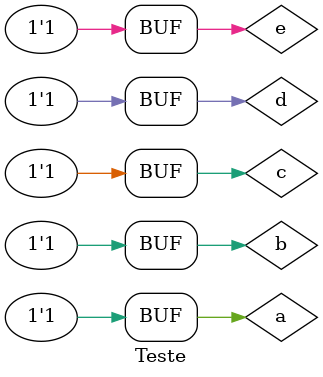
<source format=v>

module simplificado (s,a,b,c,d,e);
input a,b,c,d,e;
output s;
wire q0,q1,q2,q3,q4,q5,q6,q7,q8,q9,q10,q11,q12,q13,q14,q15;
not NOT1 (q0,a); //A'
not NOT2 (q1,b); //B'
not NOT3 (q2,c); //C'
not NOT3 (q3,d); //D'
not NOT4 (q4,e); //E'
and AND1 (q5,b,c,e);
and AND2 (q6,b,c,d);
and AND3 (q7,c,d,e);
and AND4 (q8,q0,q1,q3);
and AND5 (q9,q0,b,q2,q3);
and AND6 (q10,a,q1,c,q3);
and AND7 (q11,a,b,d,e);
and AND8 (q12,a,q1,q2,q3,e);
and AND9 (q13,a,q1,q2,d,q4);
or  OR1  (q14,q5,q6,q7,q8);
or  OR2  (q15,q9,q10,q11,q12,q13);
or  OR3  (s,q14,q15);
endmodule

module Teste ;
reg a,b,c,d,e;
wire s;
simplificado test  (s,a,b,c,d,e);
initial begin : start
a=0; b=0; c=0; d=0; e=0; 
end

initial begin: main
$display ("Nome: Jonathan Felipe Xavier 	Matricula:415704");
$display ("Circuito simplificado");
$display ("\n a | b | c | d | | e | = | s |");
$monitor (" %b | %b | %b | %b | %b | = | %2b |",a,b,c,d,e,s);

#1 	a=0; b=0; c=0; d=0; e=1; 
#1 	a=0; b=0; c=0; d=1; e=0;
#1 	a=0; b=0; c=0; d=1; e=1;
#1 	a=0; b=0; c=1; d=0; e=0; 
#1 	a=0; b=0; c=1; d=0; e=1; 
#1 	a=0; b=0; c=1; d=1; e=0;
#1 	a=0; b=0; c=1; d=1; e=1;
#1 	a=0; b=1; c=0; d=0; e=0; 
#1 	a=0; b=1; c=0; d=0; e=1;
#1 	a=0; b=1; c=0; d=1; e=0; 
#1 	a=0; b=1; c=0; d=1; e=1;
#1 	a=0; b=1; c=1; d=0; e=0; 
#1 	a=0; b=1; c=1; d=0; e=1;
#1 	a=0; b=1; c=1; d=1; e=0;
#1 	a=0; b=1; c=1; d=1; e=1;
#1 	a=1; b=0; c=0; d=0; e=0;
#1 	a=1; b=0; c=0; d=0; e=1; 
#1 	a=1; b=0; c=0; d=1; e=0;
#1 	a=1; b=0; c=0; d=1; e=1;
#1 	a=1; b=0; c=1; d=0; e=0; 
#1 	a=1; b=0; c=1; d=0; e=1; 
#1 	a=1; b=0; c=1; d=1; e=0;
#1 	a=1; b=0; c=1; d=1; e=1;
#1 	a=1; b=1; c=0; d=0; e=0; 
#1 	a=1; b=1; c=0; d=0; e=1;
#1 	a=1; b=1; c=0; d=1; e=0; 
#1 	a=1; b=1; c=0; d=1; e=1;
#1 	a=1; b=1; c=1; d=0; e=0; 
#1 	a=1; b=1; c=1; d=0; e=1;
#1 	a=1; b=1; c=1; d=1; e=0;
#1 	a=1; b=1; c=1; d=1; e=1;
end
endmodule
</source>
